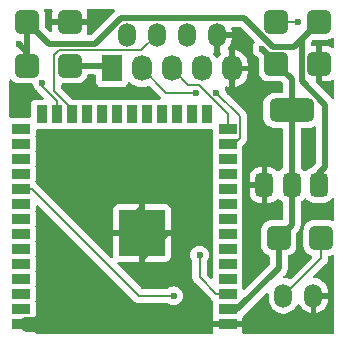
<source format=gtl>
G04 #@! TF.GenerationSoftware,KiCad,Pcbnew,8.0.6-8.0.6-0~ubuntu24.04.1*
G04 #@! TF.CreationDate,2024-10-30T09:26:46+01:00*
G04 #@! TF.ProjectId,clock_pcb,636c6f63-6b5f-4706-9362-2e6b69636164,rev?*
G04 #@! TF.SameCoordinates,Original*
G04 #@! TF.FileFunction,Copper,L1,Top*
G04 #@! TF.FilePolarity,Positive*
%FSLAX46Y46*%
G04 Gerber Fmt 4.6, Leading zero omitted, Abs format (unit mm)*
G04 Created by KiCad (PCBNEW 8.0.6-8.0.6-0~ubuntu24.04.1) date 2024-10-30 09:26:46*
%MOMM*%
%LPD*%
G01*
G04 APERTURE LIST*
G04 Aperture macros list*
%AMRoundRect*
0 Rectangle with rounded corners*
0 $1 Rounding radius*
0 $2 $3 $4 $5 $6 $7 $8 $9 X,Y pos of 4 corners*
0 Add a 4 corners polygon primitive as box body*
4,1,4,$2,$3,$4,$5,$6,$7,$8,$9,$2,$3,0*
0 Add four circle primitives for the rounded corners*
1,1,$1+$1,$2,$3*
1,1,$1+$1,$4,$5*
1,1,$1+$1,$6,$7*
1,1,$1+$1,$8,$9*
0 Add four rect primitives between the rounded corners*
20,1,$1+$1,$2,$3,$4,$5,0*
20,1,$1+$1,$4,$5,$6,$7,0*
20,1,$1+$1,$6,$7,$8,$9,0*
20,1,$1+$1,$8,$9,$2,$3,0*%
G04 Aperture macros list end*
G04 #@! TA.AperFunction,SMDPad,CuDef*
%ADD10RoundRect,0.384616X-0.615384X-0.615384X0.615384X-0.615384X0.615384X0.615384X-0.615384X0.615384X0*%
G04 #@! TD*
G04 #@! TA.AperFunction,SMDPad,CuDef*
%ADD11R,1.500000X0.900000*%
G04 #@! TD*
G04 #@! TA.AperFunction,SMDPad,CuDef*
%ADD12R,0.900000X1.500000*%
G04 #@! TD*
G04 #@! TA.AperFunction,HeatsinkPad*
%ADD13C,1.700000*%
G04 #@! TD*
G04 #@! TA.AperFunction,HeatsinkPad*
%ADD14C,2.000000*%
G04 #@! TD*
G04 #@! TA.AperFunction,SMDPad,CuDef*
%ADD15R,3.900000X3.900000*%
G04 #@! TD*
G04 #@! TA.AperFunction,ComponentPad*
%ADD16R,1.700000X2.200000*%
G04 #@! TD*
G04 #@! TA.AperFunction,ComponentPad*
%ADD17O,1.700000X2.200000*%
G04 #@! TD*
G04 #@! TA.AperFunction,SMDPad,CuDef*
%ADD18RoundRect,0.384616X0.615384X0.615384X-0.615384X0.615384X-0.615384X-0.615384X0.615384X-0.615384X0*%
G04 #@! TD*
G04 #@! TA.AperFunction,SMDPad,CuDef*
%ADD19RoundRect,0.375000X0.375000X-0.625000X0.375000X0.625000X-0.375000X0.625000X-0.375000X-0.625000X0*%
G04 #@! TD*
G04 #@! TA.AperFunction,SMDPad,CuDef*
%ADD20RoundRect,0.500000X1.400000X-0.500000X1.400000X0.500000X-1.400000X0.500000X-1.400000X-0.500000X0*%
G04 #@! TD*
G04 #@! TA.AperFunction,ComponentPad*
%ADD21O,1.524000X2.000000*%
G04 #@! TD*
G04 #@! TA.AperFunction,ViaPad*
%ADD22C,0.600000*%
G04 #@! TD*
G04 #@! TA.AperFunction,Conductor*
%ADD23C,0.500000*%
G04 #@! TD*
G04 #@! TA.AperFunction,Conductor*
%ADD24C,0.200000*%
G04 #@! TD*
G04 APERTURE END LIST*
D10*
X122600000Y-104650000D03*
X126200000Y-104650000D03*
D11*
X118485000Y-126700000D03*
X118485000Y-125430000D03*
X118485000Y-124160000D03*
X118485000Y-122890000D03*
X118485000Y-121620000D03*
X118485000Y-120350000D03*
X118485000Y-119080000D03*
X118485000Y-117810000D03*
X118485000Y-116540000D03*
X118485000Y-115270000D03*
X118485000Y-114000000D03*
X118485000Y-112730000D03*
X118485000Y-111460000D03*
X118485000Y-110190000D03*
D12*
X116720000Y-108940000D03*
X115450000Y-108940000D03*
X114180000Y-108940000D03*
X112910000Y-108940000D03*
X111640000Y-108940000D03*
X110370000Y-108940000D03*
X109100000Y-108940000D03*
X107830000Y-108940000D03*
X106560000Y-108940000D03*
X105290000Y-108940000D03*
X104020000Y-108940000D03*
X102750000Y-108940000D03*
D11*
X100985000Y-110190000D03*
X100985000Y-111460000D03*
X100985000Y-112730000D03*
X100985000Y-114000000D03*
X100985000Y-115270000D03*
X100985000Y-116540000D03*
X100985000Y-117810000D03*
X100985000Y-119080000D03*
X100985000Y-120350000D03*
X100985000Y-121620000D03*
X100985000Y-122890000D03*
X100985000Y-124160000D03*
X100985000Y-125430000D03*
X100985000Y-126700000D03*
D13*
X112305000Y-120030000D03*
D14*
X112075000Y-118110000D03*
D15*
X111235000Y-118980000D03*
D14*
X110375000Y-119870000D03*
D13*
X110155000Y-117900000D03*
D16*
X108680000Y-105050000D03*
D17*
X111220000Y-105050000D03*
X113760000Y-105050000D03*
X116300000Y-105050000D03*
X118840000Y-105050000D03*
D18*
X105100000Y-104800000D03*
X101500000Y-104800000D03*
D10*
X122800000Y-119400000D03*
X126400000Y-119400000D03*
X101500000Y-101100000D03*
X105100000Y-101100000D03*
D19*
X121600000Y-114900000D03*
X123900000Y-114900000D03*
D20*
X123900000Y-108600000D03*
D19*
X126200000Y-114900000D03*
D21*
X123210000Y-124300000D03*
X125750000Y-124300000D03*
D18*
X126200000Y-101100000D03*
X122600000Y-101100000D03*
D21*
X117560000Y-102200000D03*
X115020000Y-102200000D03*
X112480000Y-102200000D03*
X109940000Y-102200000D03*
D22*
X107760000Y-110780000D03*
X125370000Y-112940000D03*
X126800000Y-117220000D03*
X108310000Y-116260000D03*
X122600000Y-117140000D03*
X127050000Y-102880000D03*
X114690000Y-116600000D03*
X126880000Y-126760000D03*
X120110000Y-122950000D03*
X108300000Y-120270000D03*
X125240000Y-110590000D03*
X127010000Y-122040000D03*
X102730000Y-127120000D03*
X101030000Y-107550000D03*
X105160000Y-106840000D03*
X102900000Y-110780000D03*
X114790000Y-110780000D03*
X107220000Y-100970000D03*
X120550000Y-104880000D03*
X120070000Y-108350000D03*
X120150000Y-117090000D03*
X102750000Y-117710000D03*
X110180000Y-121900000D03*
X120410000Y-126630000D03*
X118720000Y-107000000D03*
X102830000Y-114550000D03*
X125850000Y-102880000D03*
X122690000Y-110570000D03*
X114430000Y-121820000D03*
X119490000Y-102770000D03*
X117560000Y-103750000D03*
X124920000Y-117180000D03*
X116590000Y-125340000D03*
X102710000Y-126320000D03*
X116510000Y-127030000D03*
X122640000Y-113150000D03*
X121660000Y-121290000D03*
X111840000Y-107330000D03*
X103300000Y-101110000D03*
X126970000Y-106620000D03*
X121850000Y-106730000D03*
X100800000Y-103000000D03*
X121394122Y-103365878D03*
X116100000Y-120850000D03*
X124400000Y-101100000D03*
X102770000Y-106250000D03*
X115815735Y-107084265D03*
X117514265Y-107085735D03*
X113900000Y-124300000D03*
D23*
X101300000Y-126330000D02*
X100985000Y-126645000D01*
X101405000Y-127120000D02*
X100985000Y-126700000D01*
X102700000Y-126330000D02*
X101300000Y-126330000D01*
X100985000Y-126645000D02*
X100985000Y-126700000D01*
X102730000Y-127120000D02*
X101405000Y-127120000D01*
X102710000Y-126320000D02*
X102700000Y-126330000D01*
X124750000Y-106100000D02*
X126750000Y-108100000D01*
X124750000Y-102550000D02*
X124750000Y-106100000D01*
X124100000Y-103200000D02*
X126200000Y-101100000D01*
X126750000Y-113350000D02*
X126200000Y-113900000D01*
X109437973Y-100750000D02*
X119838906Y-100750000D01*
X103340027Y-102940027D02*
X107247946Y-102940027D01*
X101500000Y-103700000D02*
X100800000Y-103000000D01*
X126200000Y-101100000D02*
X124750000Y-102550000D01*
X101500000Y-101100000D02*
X103340027Y-102940027D01*
X119838906Y-100750000D02*
X122288906Y-103200000D01*
X101500000Y-104800000D02*
X101500000Y-101100000D01*
X126200000Y-113900000D02*
X126200000Y-114900000D01*
X107247946Y-102940027D02*
X109437973Y-100750000D01*
X122288906Y-103200000D02*
X124100000Y-103200000D01*
X101500000Y-104800000D02*
X101500000Y-103700000D01*
X126750000Y-108100000D02*
X126750000Y-113350000D01*
X122800000Y-121945000D02*
X119315000Y-125430000D01*
X122600000Y-104571756D02*
X121394122Y-103365878D01*
X123900000Y-114900000D02*
X123900000Y-108600000D01*
X123900000Y-105950000D02*
X122600000Y-104650000D01*
X123900000Y-108600000D02*
X123900000Y-105950000D01*
X123900000Y-114900000D02*
X123900000Y-118300000D01*
X119315000Y-125430000D02*
X118485000Y-125430000D01*
X122800000Y-119400000D02*
X122800000Y-121945000D01*
X123900000Y-118300000D02*
X122800000Y-119400000D01*
X122600000Y-104650000D02*
X122600000Y-104571756D01*
X122600000Y-104650000D02*
X123300000Y-104650000D01*
D24*
X116100000Y-122725000D02*
X117535000Y-124160000D01*
X116100000Y-120850000D02*
X116100000Y-122725000D01*
X124400000Y-101100000D02*
X122600000Y-101100000D01*
X117535000Y-124160000D02*
X118485000Y-124160000D01*
X102770000Y-106250000D02*
X102770000Y-106515686D01*
X104020000Y-107765686D02*
X104020000Y-108940000D01*
X102770000Y-106515686D02*
X104020000Y-107765686D01*
X104201038Y-103500000D02*
X111180000Y-103500000D01*
X103800000Y-106980000D02*
X103800000Y-103901038D01*
X111180000Y-103500000D02*
X112480000Y-102200000D01*
X103800000Y-103901038D02*
X104201038Y-103500000D01*
X105290000Y-108940000D02*
X105290000Y-108470000D01*
X105290000Y-108470000D02*
X103800000Y-106980000D01*
D23*
X105150000Y-104850000D02*
X105100000Y-104800000D01*
X105100000Y-104800000D02*
X108430000Y-104800000D01*
X108430000Y-104800000D02*
X108680000Y-105050000D01*
D24*
X111220000Y-105050000D02*
X113254265Y-107084265D01*
X119535000Y-109106470D02*
X119535000Y-110940000D01*
X119535000Y-110940000D02*
X119015000Y-111460000D01*
X117514265Y-107085735D02*
X119535000Y-109106470D01*
X119015000Y-111460000D02*
X118485000Y-111460000D01*
X113254265Y-107084265D02*
X115815735Y-107084265D01*
X115160000Y-106450000D02*
X116030000Y-106450000D01*
X113760000Y-105050000D02*
X115160000Y-106450000D01*
X118485000Y-108905000D02*
X118485000Y-110190000D01*
X116030000Y-106450000D02*
X118485000Y-108905000D01*
X100985000Y-115270000D02*
X101935000Y-115270000D01*
X101935000Y-115270000D02*
X110965000Y-124300000D01*
X126400000Y-119400000D02*
X126400000Y-121110000D01*
X110965000Y-124300000D02*
X113900000Y-124300000D01*
X126400000Y-121110000D02*
X123210000Y-124300000D01*
G04 #@! TA.AperFunction,Conductor*
G36*
X116128327Y-110171338D02*
G01*
X116162517Y-110184091D01*
X116222127Y-110190500D01*
X117110500Y-110190499D01*
X117177539Y-110210183D01*
X117223294Y-110262987D01*
X117234500Y-110314499D01*
X117234500Y-110687869D01*
X117234501Y-110687876D01*
X117240908Y-110747481D01*
X117253659Y-110781669D01*
X117258642Y-110851361D01*
X117253659Y-110868331D01*
X117240908Y-110902518D01*
X117234501Y-110962116D01*
X117234501Y-110962123D01*
X117234500Y-110962135D01*
X117234500Y-111957870D01*
X117234501Y-111957876D01*
X117240908Y-112017481D01*
X117253659Y-112051669D01*
X117258642Y-112121361D01*
X117253659Y-112138331D01*
X117240908Y-112172518D01*
X117234501Y-112232116D01*
X117234501Y-112232123D01*
X117234500Y-112232135D01*
X117234500Y-113227870D01*
X117234501Y-113227876D01*
X117240908Y-113287481D01*
X117253659Y-113321669D01*
X117258642Y-113391361D01*
X117253659Y-113408331D01*
X117240908Y-113442518D01*
X117236452Y-113483971D01*
X117234501Y-113502123D01*
X117234500Y-113502135D01*
X117234500Y-114497870D01*
X117234501Y-114497876D01*
X117240908Y-114557481D01*
X117253659Y-114591669D01*
X117258642Y-114661361D01*
X117253659Y-114678331D01*
X117240908Y-114712518D01*
X117234501Y-114772116D01*
X117234501Y-114772123D01*
X117234500Y-114772135D01*
X117234500Y-115767870D01*
X117234501Y-115767876D01*
X117240908Y-115827481D01*
X117253659Y-115861669D01*
X117258642Y-115931361D01*
X117253659Y-115948331D01*
X117240908Y-115982518D01*
X117234880Y-116038595D01*
X117234501Y-116042123D01*
X117234500Y-116042135D01*
X117234500Y-117037870D01*
X117234501Y-117037876D01*
X117240908Y-117097481D01*
X117253659Y-117131669D01*
X117258642Y-117201361D01*
X117253659Y-117218331D01*
X117240908Y-117252518D01*
X117234501Y-117312116D01*
X117234501Y-117312123D01*
X117234500Y-117312135D01*
X117234500Y-118307870D01*
X117234501Y-118307876D01*
X117240908Y-118367481D01*
X117253659Y-118401669D01*
X117258642Y-118471361D01*
X117253659Y-118488331D01*
X117240908Y-118522518D01*
X117235167Y-118575925D01*
X117234501Y-118582123D01*
X117234500Y-118582135D01*
X117234500Y-119577870D01*
X117234501Y-119577876D01*
X117240908Y-119637481D01*
X117253659Y-119671669D01*
X117258642Y-119741361D01*
X117253659Y-119758331D01*
X117240908Y-119792518D01*
X117234501Y-119852116D01*
X117234501Y-119852123D01*
X117234500Y-119852135D01*
X117234500Y-120847870D01*
X117234501Y-120847876D01*
X117240908Y-120907481D01*
X117253659Y-120941669D01*
X117258642Y-121011361D01*
X117253659Y-121028331D01*
X117240908Y-121062518D01*
X117234501Y-121122116D01*
X117234501Y-121122123D01*
X117234500Y-121122135D01*
X117234500Y-122117870D01*
X117234501Y-122117876D01*
X117240908Y-122177481D01*
X117253659Y-122211669D01*
X117258642Y-122281361D01*
X117253659Y-122298331D01*
X117240908Y-122332518D01*
X117234501Y-122392116D01*
X117234501Y-122392123D01*
X117234500Y-122392135D01*
X117234500Y-122710903D01*
X117214815Y-122777942D01*
X117162011Y-122823697D01*
X117092853Y-122833641D01*
X117029297Y-122804616D01*
X117022819Y-122798584D01*
X116736819Y-122512584D01*
X116703334Y-122451261D01*
X116700500Y-122424903D01*
X116700500Y-121432412D01*
X116720185Y-121365373D01*
X116727555Y-121355097D01*
X116729816Y-121352262D01*
X116729818Y-121352259D01*
X116825789Y-121199522D01*
X116885368Y-121029255D01*
X116889716Y-120990667D01*
X116905565Y-120850003D01*
X116905565Y-120849996D01*
X116885369Y-120670750D01*
X116885368Y-120670745D01*
X116825789Y-120500478D01*
X116825555Y-120500106D01*
X116729815Y-120347737D01*
X116602262Y-120220184D01*
X116449523Y-120124211D01*
X116279254Y-120064631D01*
X116279249Y-120064630D01*
X116100004Y-120044435D01*
X116099996Y-120044435D01*
X115920750Y-120064630D01*
X115920745Y-120064631D01*
X115750476Y-120124211D01*
X115597737Y-120220184D01*
X115470184Y-120347737D01*
X115374211Y-120500476D01*
X115314631Y-120670745D01*
X115314630Y-120670750D01*
X115294435Y-120849996D01*
X115294435Y-120850003D01*
X115314630Y-121029249D01*
X115314631Y-121029254D01*
X115374211Y-121199523D01*
X115470184Y-121352262D01*
X115472445Y-121355097D01*
X115473334Y-121357275D01*
X115473889Y-121358158D01*
X115473734Y-121358255D01*
X115498855Y-121419783D01*
X115499500Y-121432412D01*
X115499500Y-122638330D01*
X115499499Y-122638348D01*
X115499499Y-122804054D01*
X115499498Y-122804054D01*
X115540424Y-122956787D01*
X115555103Y-122982211D01*
X115555104Y-122982213D01*
X115619477Y-123093712D01*
X115619481Y-123093717D01*
X115738349Y-123212585D01*
X115738355Y-123212590D01*
X117050139Y-124524374D01*
X117050149Y-124524385D01*
X117054479Y-124528715D01*
X117054480Y-124528716D01*
X117166284Y-124640520D01*
X117186200Y-124652018D01*
X117234416Y-124702584D01*
X117240384Y-124716075D01*
X117253659Y-124751669D01*
X117258642Y-124821361D01*
X117253659Y-124838331D01*
X117240908Y-124872518D01*
X117234748Y-124929816D01*
X117234501Y-124932123D01*
X117234500Y-124932135D01*
X117234500Y-125927870D01*
X117234501Y-125927876D01*
X117240908Y-125987483D01*
X117253925Y-126022381D01*
X117258909Y-126092072D01*
X117253925Y-126109047D01*
X117241403Y-126142619D01*
X117241401Y-126142627D01*
X117235000Y-126202155D01*
X117235000Y-126450000D01*
X119735000Y-126450000D01*
X119735000Y-126202172D01*
X119734999Y-126202160D01*
X119727960Y-126136699D01*
X119740364Y-126067939D01*
X119782363Y-126020336D01*
X119793416Y-126012952D01*
X121735819Y-124070546D01*
X121797142Y-124037062D01*
X121866833Y-124042046D01*
X121922767Y-124083918D01*
X121947184Y-124149382D01*
X121947500Y-124158228D01*
X121947500Y-124637361D01*
X121951780Y-124664385D01*
X121978587Y-124833637D01*
X122039993Y-125022629D01*
X122039994Y-125022632D01*
X122130080Y-125199432D01*
X122130213Y-125199694D01*
X122247019Y-125360464D01*
X122387536Y-125500981D01*
X122548306Y-125617787D01*
X122635149Y-125662035D01*
X122725367Y-125708005D01*
X122725370Y-125708006D01*
X122819866Y-125738709D01*
X122914364Y-125769413D01*
X123110639Y-125800500D01*
X123110640Y-125800500D01*
X123309360Y-125800500D01*
X123309361Y-125800500D01*
X123505636Y-125769413D01*
X123694632Y-125708005D01*
X123871694Y-125617787D01*
X124032464Y-125500981D01*
X124172981Y-125360464D01*
X124289787Y-125199694D01*
X124369796Y-125042667D01*
X124417769Y-124991872D01*
X124485590Y-124975077D01*
X124551725Y-124997614D01*
X124590765Y-125042668D01*
X124670641Y-125199432D01*
X124787403Y-125360139D01*
X124787403Y-125360140D01*
X124927859Y-125500596D01*
X125088567Y-125617358D01*
X125265562Y-125707542D01*
X125454473Y-125768922D01*
X125500000Y-125776133D01*
X125500000Y-124588816D01*
X125516060Y-124604876D01*
X125602939Y-124655036D01*
X125699840Y-124681000D01*
X125800160Y-124681000D01*
X125897061Y-124655036D01*
X125983940Y-124604876D01*
X126000000Y-124588816D01*
X126000000Y-125776132D01*
X126045526Y-125768922D01*
X126234437Y-125707542D01*
X126411432Y-125617358D01*
X126572139Y-125500596D01*
X126572140Y-125500596D01*
X126712596Y-125360140D01*
X126712596Y-125360139D01*
X126829358Y-125199432D01*
X126919542Y-125022437D01*
X126980924Y-124833523D01*
X126980924Y-124833520D01*
X127012000Y-124637321D01*
X127012000Y-124550000D01*
X126038816Y-124550000D01*
X126054876Y-124533940D01*
X126105036Y-124447061D01*
X126131000Y-124350160D01*
X126131000Y-124249840D01*
X126105036Y-124152939D01*
X126054876Y-124066060D01*
X126038816Y-124050000D01*
X127012000Y-124050000D01*
X127012000Y-123962678D01*
X126980924Y-123766479D01*
X126980924Y-123766476D01*
X126919542Y-123577562D01*
X126829358Y-123400567D01*
X126712596Y-123239860D01*
X126712596Y-123239859D01*
X126572140Y-123099403D01*
X126411432Y-122982641D01*
X126234437Y-122892457D01*
X126045522Y-122831075D01*
X125849322Y-122800000D01*
X125848533Y-122799938D01*
X125848251Y-122799830D01*
X125844510Y-122799238D01*
X125844634Y-122798451D01*
X125783247Y-122775048D01*
X125741781Y-122718813D01*
X125737301Y-122649087D01*
X125770589Y-122588644D01*
X126758506Y-121600728D01*
X126758511Y-121600724D01*
X126768714Y-121590520D01*
X126768716Y-121590520D01*
X126880520Y-121478716D01*
X126953528Y-121352262D01*
X126959577Y-121341785D01*
X127000500Y-121189058D01*
X127000500Y-121030943D01*
X127000500Y-121021171D01*
X127020185Y-120954132D01*
X127072989Y-120908377D01*
X127114771Y-120897553D01*
X127154609Y-120894418D01*
X127334328Y-120846262D01*
X127334328Y-120846261D01*
X127340605Y-120844580D01*
X127341173Y-120846701D01*
X127400673Y-120841861D01*
X127462321Y-120874745D01*
X127496403Y-120935739D01*
X127499500Y-120963279D01*
X127499500Y-127375500D01*
X127479815Y-127442539D01*
X127427011Y-127488294D01*
X127375500Y-127499500D01*
X119816885Y-127499500D01*
X119749846Y-127479815D01*
X119704091Y-127427011D01*
X119694147Y-127357853D01*
X119700703Y-127332167D01*
X119728596Y-127257379D01*
X119728598Y-127257372D01*
X119734999Y-127197844D01*
X119735000Y-127197827D01*
X119735000Y-126950000D01*
X117235000Y-126950000D01*
X117235000Y-127197844D01*
X117241401Y-127257372D01*
X117241403Y-127257379D01*
X117269297Y-127332167D01*
X117274281Y-127401859D01*
X117240796Y-127463182D01*
X117179473Y-127496666D01*
X117153115Y-127499500D01*
X102316885Y-127499500D01*
X102249846Y-127479815D01*
X102204091Y-127427011D01*
X102194147Y-127357853D01*
X102200703Y-127332167D01*
X102228596Y-127257379D01*
X102228598Y-127257372D01*
X102234999Y-127197844D01*
X102235000Y-127197827D01*
X102235000Y-126950000D01*
X100859000Y-126950000D01*
X100791961Y-126930315D01*
X100746206Y-126877511D01*
X100735000Y-126826000D01*
X100735000Y-126574000D01*
X100754685Y-126506961D01*
X100807489Y-126461206D01*
X100859000Y-126450000D01*
X102235000Y-126450000D01*
X102235000Y-126202172D01*
X102234999Y-126202155D01*
X102228597Y-126142622D01*
X102228597Y-126142620D01*
X102216075Y-126109048D01*
X102211089Y-126039356D01*
X102216071Y-126022390D01*
X102229091Y-125987483D01*
X102235500Y-125927873D01*
X102235499Y-124932128D01*
X102229091Y-124872517D01*
X102216340Y-124838332D01*
X102211357Y-124768642D01*
X102216340Y-124751669D01*
X102229091Y-124717483D01*
X102235500Y-124657873D01*
X102235499Y-123662128D01*
X102229091Y-123602517D01*
X102216340Y-123568332D01*
X102211357Y-123498642D01*
X102216338Y-123481672D01*
X102229091Y-123447483D01*
X102235500Y-123387873D01*
X102235499Y-122392128D01*
X102229091Y-122332517D01*
X102216340Y-122298332D01*
X102211357Y-122228642D01*
X102216340Y-122211669D01*
X102229091Y-122177483D01*
X102235500Y-122117873D01*
X102235499Y-121122128D01*
X102229091Y-121062517D01*
X102216340Y-121028332D01*
X102211357Y-120958642D01*
X102216340Y-120941669D01*
X102229091Y-120907483D01*
X102235500Y-120847873D01*
X102235499Y-119852128D01*
X102229091Y-119792517D01*
X102216340Y-119758332D01*
X102211357Y-119688642D01*
X102216340Y-119671669D01*
X102229091Y-119637483D01*
X102235500Y-119577873D01*
X102235499Y-118582128D01*
X102229091Y-118522517D01*
X102216340Y-118488332D01*
X102211357Y-118418642D01*
X102216340Y-118401669D01*
X102229091Y-118367483D01*
X102235500Y-118307873D01*
X102235499Y-117312128D01*
X102229091Y-117252517D01*
X102216340Y-117218332D01*
X102211357Y-117148642D01*
X102216340Y-117131669D01*
X102229091Y-117097483D01*
X102235500Y-117037873D01*
X102235499Y-116719094D01*
X102255183Y-116652057D01*
X102307987Y-116606302D01*
X102377146Y-116596358D01*
X102440701Y-116625383D01*
X102447180Y-116631415D01*
X110480139Y-124664374D01*
X110480149Y-124664385D01*
X110484479Y-124668715D01*
X110484480Y-124668716D01*
X110596284Y-124780520D01*
X110596286Y-124780521D01*
X110596290Y-124780524D01*
X110733209Y-124859573D01*
X110733216Y-124859577D01*
X110845019Y-124889534D01*
X110885942Y-124900500D01*
X110885943Y-124900500D01*
X113317588Y-124900500D01*
X113384627Y-124920185D01*
X113394903Y-124927555D01*
X113397736Y-124929814D01*
X113397738Y-124929816D01*
X113505638Y-124997614D01*
X113545453Y-125022632D01*
X113550478Y-125025789D01*
X113720745Y-125085368D01*
X113720750Y-125085369D01*
X113899996Y-125105565D01*
X113900000Y-125105565D01*
X113900004Y-125105565D01*
X114079249Y-125085369D01*
X114079252Y-125085368D01*
X114079255Y-125085368D01*
X114249522Y-125025789D01*
X114402262Y-124929816D01*
X114529816Y-124802262D01*
X114625789Y-124649522D01*
X114685368Y-124479255D01*
X114685369Y-124479249D01*
X114705565Y-124300003D01*
X114705565Y-124299996D01*
X114685369Y-124120750D01*
X114685368Y-124120745D01*
X114625788Y-123950476D01*
X114529815Y-123797737D01*
X114402262Y-123670184D01*
X114249523Y-123574211D01*
X114079254Y-123514631D01*
X114079249Y-123514630D01*
X113900004Y-123494435D01*
X113899996Y-123494435D01*
X113720750Y-123514630D01*
X113720745Y-123514631D01*
X113550476Y-123574211D01*
X113397736Y-123670185D01*
X113394903Y-123672445D01*
X113392724Y-123673334D01*
X113391842Y-123673889D01*
X113391744Y-123673734D01*
X113330217Y-123698855D01*
X113317588Y-123699500D01*
X111265097Y-123699500D01*
X111198058Y-123679815D01*
X111177416Y-123663181D01*
X109155916Y-121641681D01*
X109122431Y-121580358D01*
X109127415Y-121510666D01*
X109169287Y-121454733D01*
X109234751Y-121430316D01*
X109243597Y-121430000D01*
X110985000Y-121430000D01*
X110985000Y-120833553D01*
X110647894Y-120496447D01*
X111485000Y-120496447D01*
X111822037Y-120159409D01*
X111839075Y-120222993D01*
X111904901Y-120337007D01*
X111997993Y-120430099D01*
X112112007Y-120495925D01*
X112175590Y-120512962D01*
X111542650Y-121145902D01*
X111502423Y-121172782D01*
X111485000Y-121179998D01*
X111485000Y-121430000D01*
X113232828Y-121430000D01*
X113232844Y-121429999D01*
X113292372Y-121423598D01*
X113292379Y-121423596D01*
X113427086Y-121373354D01*
X113427093Y-121373350D01*
X113542187Y-121287190D01*
X113542190Y-121287187D01*
X113628350Y-121172093D01*
X113628354Y-121172086D01*
X113678596Y-121037379D01*
X113678598Y-121037372D01*
X113684999Y-120977844D01*
X113685000Y-120977827D01*
X113685000Y-119230000D01*
X113458552Y-119230000D01*
X112787962Y-119900590D01*
X112770925Y-119837007D01*
X112705099Y-119722993D01*
X112612007Y-119629901D01*
X112497993Y-119564075D01*
X112434409Y-119547037D01*
X112751447Y-119230000D01*
X111485000Y-119230000D01*
X111485000Y-120496447D01*
X110647894Y-120496447D01*
X110504409Y-120352962D01*
X110567993Y-120335925D01*
X110682007Y-120270099D01*
X110775099Y-120177007D01*
X110840925Y-120062993D01*
X110857962Y-119999409D01*
X110984999Y-120126447D01*
X110985000Y-120126446D01*
X110985000Y-119613553D01*
X110984999Y-119613552D01*
X110857962Y-119740589D01*
X110840925Y-119677007D01*
X110775099Y-119562993D01*
X110682007Y-119469901D01*
X110567993Y-119404075D01*
X110504409Y-119387037D01*
X110661447Y-119230000D01*
X108785000Y-119230000D01*
X108785000Y-120971403D01*
X108765315Y-121038442D01*
X108712511Y-121084197D01*
X108643353Y-121094141D01*
X108579797Y-121065116D01*
X108573319Y-121059084D01*
X104496390Y-116982155D01*
X108785000Y-116982155D01*
X108785000Y-118730000D01*
X110985000Y-118730000D01*
X110985000Y-117423553D01*
X110984999Y-117423552D01*
X110637962Y-117770588D01*
X110620925Y-117707007D01*
X110555099Y-117592993D01*
X110462007Y-117499901D01*
X110347993Y-117434075D01*
X110284409Y-117417037D01*
X110534999Y-117166447D01*
X111485000Y-117166447D01*
X111945590Y-117627037D01*
X111882007Y-117644075D01*
X111767993Y-117709901D01*
X111674901Y-117802993D01*
X111609075Y-117917007D01*
X111592037Y-117980589D01*
X111485000Y-117873552D01*
X111485000Y-118346447D01*
X111592037Y-118239409D01*
X111609075Y-118302993D01*
X111674901Y-118417007D01*
X111767993Y-118510099D01*
X111882007Y-118575925D01*
X111945589Y-118592962D01*
X111808552Y-118729999D01*
X111808553Y-118730000D01*
X112341447Y-118730000D01*
X112341447Y-118729999D01*
X112204409Y-118592962D01*
X112267993Y-118575925D01*
X112382007Y-118510099D01*
X112475099Y-118417007D01*
X112540925Y-118302993D01*
X112557962Y-118239409D01*
X113048553Y-118730000D01*
X113685000Y-118730000D01*
X113685000Y-116982172D01*
X113684999Y-116982155D01*
X113678598Y-116922627D01*
X113678596Y-116922620D01*
X113628354Y-116787913D01*
X113628350Y-116787906D01*
X113542190Y-116672812D01*
X113542187Y-116672809D01*
X113427093Y-116586649D01*
X113427086Y-116586645D01*
X113292379Y-116536403D01*
X113292372Y-116536401D01*
X113232844Y-116530000D01*
X111485000Y-116530000D01*
X111485000Y-117166447D01*
X110534999Y-117166447D01*
X110893207Y-116808239D01*
X110933434Y-116781359D01*
X110985000Y-116759999D01*
X110985000Y-116530000D01*
X109237155Y-116530000D01*
X109177627Y-116536401D01*
X109177620Y-116536403D01*
X109042913Y-116586645D01*
X109042906Y-116586649D01*
X108927812Y-116672809D01*
X108927809Y-116672812D01*
X108841649Y-116787906D01*
X108841645Y-116787913D01*
X108791403Y-116922620D01*
X108791401Y-116922627D01*
X108785000Y-116982155D01*
X104496390Y-116982155D01*
X102422590Y-114908355D01*
X102422588Y-114908352D01*
X102303717Y-114789481D01*
X102303712Y-114789477D01*
X102283798Y-114777980D01*
X102235582Y-114727413D01*
X102229616Y-114713925D01*
X102216341Y-114678332D01*
X102211357Y-114608640D01*
X102216340Y-114591669D01*
X102229091Y-114557483D01*
X102235500Y-114497873D01*
X102235499Y-113502128D01*
X102229091Y-113442517D01*
X102216340Y-113408332D01*
X102211357Y-113338642D01*
X102216340Y-113321669D01*
X102229091Y-113287483D01*
X102235500Y-113227873D01*
X102235499Y-112232128D01*
X102229091Y-112172517D01*
X102216340Y-112138332D01*
X102211357Y-112068642D01*
X102216340Y-112051669D01*
X102229091Y-112017483D01*
X102235500Y-111957873D01*
X102235499Y-110962128D01*
X102229091Y-110902517D01*
X102216340Y-110868332D01*
X102211357Y-110798642D01*
X102216340Y-110781669D01*
X102229091Y-110747483D01*
X102235500Y-110687873D01*
X102235499Y-110314498D01*
X102255183Y-110247460D01*
X102307987Y-110201705D01*
X102359494Y-110190499D01*
X103247872Y-110190499D01*
X103307483Y-110184091D01*
X103341667Y-110171340D01*
X103411358Y-110166357D01*
X103428327Y-110171338D01*
X103462517Y-110184091D01*
X103522127Y-110190500D01*
X104517872Y-110190499D01*
X104577483Y-110184091D01*
X104611667Y-110171340D01*
X104681358Y-110166357D01*
X104698327Y-110171338D01*
X104732517Y-110184091D01*
X104792127Y-110190500D01*
X105787872Y-110190499D01*
X105847483Y-110184091D01*
X105881667Y-110171340D01*
X105951358Y-110166357D01*
X105968327Y-110171338D01*
X106002517Y-110184091D01*
X106062127Y-110190500D01*
X107057872Y-110190499D01*
X107117483Y-110184091D01*
X107151667Y-110171340D01*
X107221358Y-110166357D01*
X107238327Y-110171338D01*
X107272517Y-110184091D01*
X107332127Y-110190500D01*
X108327872Y-110190499D01*
X108387483Y-110184091D01*
X108421667Y-110171340D01*
X108491358Y-110166357D01*
X108508327Y-110171338D01*
X108542517Y-110184091D01*
X108602127Y-110190500D01*
X109597872Y-110190499D01*
X109657483Y-110184091D01*
X109691667Y-110171340D01*
X109761358Y-110166357D01*
X109778327Y-110171338D01*
X109812517Y-110184091D01*
X109872127Y-110190500D01*
X110867872Y-110190499D01*
X110927483Y-110184091D01*
X110961667Y-110171340D01*
X111031358Y-110166357D01*
X111048327Y-110171338D01*
X111082517Y-110184091D01*
X111142127Y-110190500D01*
X112137872Y-110190499D01*
X112197483Y-110184091D01*
X112231667Y-110171340D01*
X112301358Y-110166357D01*
X112318327Y-110171338D01*
X112352517Y-110184091D01*
X112412127Y-110190500D01*
X113407872Y-110190499D01*
X113467483Y-110184091D01*
X113501667Y-110171340D01*
X113571358Y-110166357D01*
X113588327Y-110171338D01*
X113622517Y-110184091D01*
X113682127Y-110190500D01*
X114677872Y-110190499D01*
X114737483Y-110184091D01*
X114771667Y-110171340D01*
X114841358Y-110166357D01*
X114858327Y-110171338D01*
X114892517Y-110184091D01*
X114952127Y-110190500D01*
X115947872Y-110190499D01*
X116007483Y-110184091D01*
X116041667Y-110171340D01*
X116111358Y-110166357D01*
X116128327Y-110171338D01*
G37*
G04 #@! TD.AperFunction*
G04 #@! TA.AperFunction,Conductor*
G36*
X119543715Y-101520185D02*
G01*
X119564357Y-101536819D01*
X120177378Y-102149840D01*
X120743330Y-102715791D01*
X120776815Y-102777114D01*
X120771831Y-102846806D01*
X120760643Y-102869444D01*
X120668333Y-103016354D01*
X120608753Y-103186623D01*
X120608752Y-103186628D01*
X120588557Y-103365874D01*
X120588557Y-103365881D01*
X120608752Y-103545127D01*
X120608753Y-103545132D01*
X120668333Y-103715401D01*
X120735302Y-103821981D01*
X120764306Y-103868140D01*
X120891860Y-103995694D01*
X121041473Y-104089702D01*
X121087763Y-104142036D01*
X121099500Y-104194695D01*
X121099500Y-105327333D01*
X121105581Y-105404606D01*
X121117771Y-105450099D01*
X121153738Y-105584328D01*
X121238207Y-105750108D01*
X121269808Y-105789132D01*
X121355296Y-105894703D01*
X121427594Y-105953248D01*
X121499892Y-106011793D01*
X121665672Y-106096262D01*
X121845391Y-106144418D01*
X121922672Y-106150500D01*
X122987771Y-106150500D01*
X123054810Y-106170185D01*
X123075452Y-106186819D01*
X123113181Y-106224548D01*
X123146666Y-106285871D01*
X123149500Y-106312229D01*
X123149500Y-106975500D01*
X123129815Y-107042539D01*
X123077011Y-107088294D01*
X123025500Y-107099500D01*
X122441971Y-107099500D01*
X122441965Y-107099500D01*
X122441964Y-107099501D01*
X122430316Y-107100536D01*
X122322584Y-107110113D01*
X122126954Y-107166089D01*
X122036772Y-107213196D01*
X121946593Y-107260302D01*
X121946591Y-107260303D01*
X121946590Y-107260304D01*
X121788890Y-107388890D01*
X121666377Y-107539142D01*
X121660302Y-107546593D01*
X121644705Y-107576452D01*
X121566089Y-107726954D01*
X121510114Y-107922583D01*
X121510113Y-107922586D01*
X121499500Y-108041966D01*
X121499500Y-109158028D01*
X121499501Y-109158034D01*
X121510113Y-109277415D01*
X121566089Y-109473045D01*
X121566090Y-109473048D01*
X121566091Y-109473049D01*
X121660302Y-109653407D01*
X121660304Y-109653409D01*
X121788890Y-109811109D01*
X121882803Y-109887684D01*
X121946593Y-109939698D01*
X122126951Y-110033909D01*
X122322582Y-110089886D01*
X122441963Y-110100500D01*
X123025500Y-110100499D01*
X123092539Y-110120183D01*
X123138294Y-110172987D01*
X123149500Y-110224499D01*
X123149500Y-113407057D01*
X123129815Y-113474096D01*
X123080595Y-113518145D01*
X123050704Y-113532969D01*
X122902280Y-113652276D01*
X122902278Y-113652278D01*
X122901993Y-113652633D01*
X122846326Y-113721885D01*
X122788982Y-113761803D01*
X122719160Y-113764383D01*
X122659027Y-113728804D01*
X122653031Y-113721884D01*
X122597364Y-113652630D01*
X122449025Y-113533392D01*
X122449022Y-113533390D01*
X122278523Y-113448831D01*
X122093824Y-113402897D01*
X122051097Y-113400000D01*
X121850000Y-113400000D01*
X121850000Y-116400000D01*
X122051097Y-116400000D01*
X122093824Y-116397102D01*
X122278523Y-116351168D01*
X122449022Y-116266609D01*
X122449025Y-116266607D01*
X122597366Y-116147367D01*
X122597367Y-116147366D01*
X122653033Y-116078115D01*
X122710376Y-116038196D01*
X122780198Y-116035616D01*
X122840331Y-116071194D01*
X122846305Y-116078089D01*
X122902278Y-116147722D01*
X122902280Y-116147724D01*
X123050704Y-116267030D01*
X123080594Y-116281854D01*
X123131907Y-116329275D01*
X123149500Y-116392942D01*
X123149500Y-117775500D01*
X123129815Y-117842539D01*
X123077011Y-117888294D01*
X123025500Y-117899500D01*
X122122666Y-117899500D01*
X122045393Y-117905581D01*
X121865672Y-117953738D01*
X121699893Y-118038206D01*
X121555296Y-118155296D01*
X121438206Y-118299893D01*
X121353738Y-118465672D01*
X121305581Y-118645393D01*
X121299500Y-118722666D01*
X121299500Y-120077333D01*
X121305581Y-120154606D01*
X121323153Y-120220184D01*
X121353738Y-120334328D01*
X121438207Y-120500108D01*
X121438507Y-120500478D01*
X121555296Y-120644703D01*
X121627594Y-120703248D01*
X121699892Y-120761793D01*
X121865672Y-120846262D01*
X121957594Y-120870892D01*
X122017254Y-120907257D01*
X122047783Y-120970104D01*
X122049500Y-120990667D01*
X122049500Y-121582769D01*
X122029815Y-121649808D01*
X122013181Y-121670450D01*
X119946528Y-123737102D01*
X119885205Y-123770587D01*
X119815513Y-123765603D01*
X119759580Y-123723731D01*
X119735557Y-123662673D01*
X119735499Y-123662129D01*
X119735499Y-123662128D01*
X119729091Y-123602517D01*
X119716340Y-123568332D01*
X119711357Y-123498642D01*
X119716338Y-123481672D01*
X119729091Y-123447483D01*
X119735500Y-123387873D01*
X119735499Y-122392128D01*
X119729091Y-122332517D01*
X119716340Y-122298332D01*
X119711357Y-122228642D01*
X119716340Y-122211669D01*
X119729091Y-122177483D01*
X119735500Y-122117873D01*
X119735499Y-121122128D01*
X119729091Y-121062517D01*
X119716340Y-121028332D01*
X119711357Y-120958642D01*
X119716340Y-120941669D01*
X119729091Y-120907483D01*
X119735500Y-120847873D01*
X119735499Y-119852128D01*
X119729091Y-119792517D01*
X119716340Y-119758332D01*
X119711357Y-119688642D01*
X119716340Y-119671669D01*
X119729091Y-119637483D01*
X119735500Y-119577873D01*
X119735499Y-118582128D01*
X119729091Y-118522517D01*
X119716340Y-118488332D01*
X119711357Y-118418642D01*
X119716340Y-118401669D01*
X119729091Y-118367483D01*
X119735500Y-118307873D01*
X119735499Y-117312128D01*
X119729091Y-117252517D01*
X119716340Y-117218332D01*
X119711357Y-117148642D01*
X119716340Y-117131669D01*
X119729091Y-117097483D01*
X119735500Y-117037873D01*
X119735499Y-116042128D01*
X119729091Y-115982517D01*
X119716340Y-115948332D01*
X119711357Y-115878642D01*
X119716340Y-115861669D01*
X119729091Y-115827483D01*
X119735500Y-115767873D01*
X119735500Y-115601096D01*
X120350000Y-115601096D01*
X120352897Y-115643824D01*
X120398831Y-115828523D01*
X120483390Y-115999022D01*
X120483392Y-115999025D01*
X120602632Y-116147366D01*
X120602633Y-116147367D01*
X120750974Y-116266607D01*
X120750977Y-116266609D01*
X120921476Y-116351168D01*
X121106175Y-116397102D01*
X121148903Y-116400000D01*
X121350000Y-116400000D01*
X121350000Y-115150000D01*
X120350000Y-115150000D01*
X120350000Y-115601096D01*
X119735500Y-115601096D01*
X119735499Y-114772128D01*
X119729091Y-114712517D01*
X119716340Y-114678332D01*
X119711357Y-114608642D01*
X119716340Y-114591669D01*
X119729091Y-114557483D01*
X119735500Y-114497873D01*
X119735500Y-114198903D01*
X120350000Y-114198903D01*
X120350000Y-114650000D01*
X121350000Y-114650000D01*
X121350000Y-113400000D01*
X121148903Y-113400000D01*
X121106175Y-113402897D01*
X120921476Y-113448831D01*
X120750977Y-113533390D01*
X120750974Y-113533392D01*
X120602633Y-113652632D01*
X120602632Y-113652633D01*
X120483392Y-113800974D01*
X120483390Y-113800977D01*
X120398831Y-113971476D01*
X120352897Y-114156175D01*
X120350000Y-114198903D01*
X119735500Y-114198903D01*
X119735499Y-113502128D01*
X119729091Y-113442517D01*
X119716340Y-113408332D01*
X119711357Y-113338642D01*
X119716340Y-113321669D01*
X119729091Y-113287483D01*
X119735500Y-113227873D01*
X119735499Y-112232128D01*
X119729091Y-112172517D01*
X119716340Y-112138332D01*
X119711357Y-112068642D01*
X119716340Y-112051669D01*
X119729091Y-112017483D01*
X119735500Y-111957873D01*
X119735499Y-111640095D01*
X119755183Y-111573057D01*
X119771813Y-111552420D01*
X119903713Y-111420521D01*
X119903716Y-111420520D01*
X120015520Y-111308716D01*
X120065639Y-111221904D01*
X120094577Y-111171785D01*
X120135500Y-111019057D01*
X120135500Y-110860943D01*
X120135500Y-109195529D01*
X120135501Y-109195516D01*
X120135501Y-109027415D01*
X120135501Y-109027413D01*
X120094577Y-108874685D01*
X120062377Y-108818913D01*
X120062377Y-108818912D01*
X120015524Y-108737760D01*
X120015521Y-108737756D01*
X120015520Y-108737754D01*
X119903716Y-108625950D01*
X119903715Y-108625949D01*
X119899385Y-108621619D01*
X119899374Y-108621609D01*
X118344965Y-107067200D01*
X118311480Y-107005877D01*
X118309428Y-106993421D01*
X118299633Y-106906480D01*
X118277732Y-106843891D01*
X118239143Y-106733608D01*
X118235582Y-106663829D01*
X118270311Y-106603202D01*
X118332304Y-106570975D01*
X118394503Y-106574723D01*
X118523872Y-106616757D01*
X118590000Y-106627231D01*
X118590000Y-105483012D01*
X118647007Y-105515925D01*
X118774174Y-105550000D01*
X118905826Y-105550000D01*
X119032993Y-105515925D01*
X119090000Y-105483012D01*
X119090000Y-106627230D01*
X119156126Y-106616757D01*
X119156129Y-106616757D01*
X119358217Y-106551095D01*
X119547557Y-106454620D01*
X119719459Y-106329727D01*
X119719464Y-106329723D01*
X119869723Y-106179464D01*
X119869727Y-106179459D01*
X119994620Y-106007557D01*
X120091095Y-105818217D01*
X120156757Y-105616130D01*
X120156757Y-105616127D01*
X120190000Y-105406246D01*
X120190000Y-105300000D01*
X119273012Y-105300000D01*
X119305925Y-105242993D01*
X119340000Y-105115826D01*
X119340000Y-104984174D01*
X119305925Y-104857007D01*
X119273012Y-104800000D01*
X120190000Y-104800000D01*
X120190000Y-104693753D01*
X120156757Y-104483872D01*
X120156757Y-104483869D01*
X120091095Y-104281782D01*
X119994620Y-104092442D01*
X119869727Y-103920540D01*
X119869723Y-103920535D01*
X119719464Y-103770276D01*
X119719459Y-103770272D01*
X119547557Y-103645379D01*
X119358215Y-103548903D01*
X119156124Y-103483241D01*
X119090000Y-103472768D01*
X119090000Y-104616988D01*
X119032993Y-104584075D01*
X118905826Y-104550000D01*
X118774174Y-104550000D01*
X118647007Y-104584075D01*
X118590000Y-104616988D01*
X118590000Y-103472768D01*
X118572531Y-103457848D01*
X118564726Y-103456840D01*
X118511275Y-103411843D01*
X118490636Y-103345091D01*
X118509362Y-103277778D01*
X118520337Y-103262785D01*
X118522600Y-103260135D01*
X118639358Y-103099432D01*
X118729542Y-102922437D01*
X118790924Y-102733523D01*
X118790924Y-102733520D01*
X118822000Y-102537321D01*
X118822000Y-102450000D01*
X117848816Y-102450000D01*
X117864876Y-102433940D01*
X117915036Y-102347061D01*
X117941000Y-102250160D01*
X117941000Y-102149840D01*
X117915036Y-102052939D01*
X117864876Y-101966060D01*
X117848816Y-101950000D01*
X118822000Y-101950000D01*
X118822000Y-101862678D01*
X118790924Y-101666478D01*
X118789736Y-101662820D01*
X118787739Y-101592979D01*
X118823819Y-101533145D01*
X118886519Y-101502316D01*
X118907666Y-101500500D01*
X119476676Y-101500500D01*
X119543715Y-101520185D01*
G37*
G04 #@! TD.AperFunction*
G04 #@! TA.AperFunction,Conductor*
G36*
X127466151Y-116039869D02*
G01*
X127497503Y-116102310D01*
X127499500Y-116124477D01*
X127499500Y-117836720D01*
X127479815Y-117903759D01*
X127427011Y-117949514D01*
X127357853Y-117959458D01*
X127340718Y-117954998D01*
X127340605Y-117955420D01*
X127154606Y-117905581D01*
X127077333Y-117899500D01*
X127077328Y-117899500D01*
X125722672Y-117899500D01*
X125722666Y-117899500D01*
X125645393Y-117905581D01*
X125465672Y-117953738D01*
X125299893Y-118038206D01*
X125155296Y-118155296D01*
X125038206Y-118299893D01*
X124953738Y-118465672D01*
X124905581Y-118645393D01*
X124899500Y-118722666D01*
X124899500Y-120077333D01*
X124905581Y-120154606D01*
X124923153Y-120220184D01*
X124953738Y-120334328D01*
X125038207Y-120500108D01*
X125038507Y-120500478D01*
X125155296Y-120644703D01*
X125227594Y-120703248D01*
X125299892Y-120761793D01*
X125465672Y-120846262D01*
X125479633Y-120850003D01*
X125533330Y-120864391D01*
X125592990Y-120900756D01*
X125623519Y-120963603D01*
X125615224Y-121032979D01*
X125588917Y-121071847D01*
X123804319Y-122856444D01*
X123742996Y-122889929D01*
X123678321Y-122886694D01*
X123505638Y-122830587D01*
X123505639Y-122830587D01*
X123341662Y-122804616D01*
X123309361Y-122799500D01*
X123306230Y-122799500D01*
X123305082Y-122799163D01*
X123304498Y-122799117D01*
X123304507Y-122798994D01*
X123239191Y-122779815D01*
X123193436Y-122727011D01*
X123183492Y-122657853D01*
X123212517Y-122594297D01*
X123218549Y-122587819D01*
X123382948Y-122423419D01*
X123382951Y-122423416D01*
X123465084Y-122300495D01*
X123521658Y-122163913D01*
X123550500Y-122018918D01*
X123550500Y-121871083D01*
X123550500Y-120990667D01*
X123570185Y-120923628D01*
X123622989Y-120877873D01*
X123642402Y-120870893D01*
X123734328Y-120846262D01*
X123900108Y-120761793D01*
X124044703Y-120644703D01*
X124161793Y-120500108D01*
X124246262Y-120334328D01*
X124294418Y-120154609D01*
X124300500Y-120077328D01*
X124300500Y-119012230D01*
X124320185Y-118945191D01*
X124336814Y-118924553D01*
X124482952Y-118778416D01*
X124549818Y-118678342D01*
X124565084Y-118655495D01*
X124621658Y-118518913D01*
X124644980Y-118401669D01*
X124650500Y-118373920D01*
X124650500Y-116392942D01*
X124670185Y-116325903D01*
X124719406Y-116281854D01*
X124720399Y-116281361D01*
X124749296Y-116267030D01*
X124897722Y-116147722D01*
X124953353Y-116078514D01*
X125010696Y-116038595D01*
X125080518Y-116036015D01*
X125140651Y-116071594D01*
X125146647Y-116078514D01*
X125202277Y-116147721D01*
X125202278Y-116147722D01*
X125350704Y-116267030D01*
X125350707Y-116267032D01*
X125521302Y-116351639D01*
X125521303Y-116351639D01*
X125521307Y-116351641D01*
X125706111Y-116397600D01*
X125748877Y-116400500D01*
X126651122Y-116400499D01*
X126693889Y-116397600D01*
X126878693Y-116351641D01*
X127049296Y-116267030D01*
X127197722Y-116147722D01*
X127278853Y-116046789D01*
X127336196Y-116006871D01*
X127406018Y-116004291D01*
X127466151Y-116039869D01*
G37*
G04 #@! TD.AperFunction*
G04 #@! TA.AperFunction,Conductor*
G36*
X125951627Y-109970174D02*
G01*
X125992460Y-110026869D01*
X125999500Y-110068055D01*
X125999500Y-112987769D01*
X125979815Y-113054808D01*
X125963181Y-113075450D01*
X125637445Y-113401185D01*
X125579692Y-113433838D01*
X125521308Y-113448358D01*
X125521303Y-113448360D01*
X125350707Y-113532967D01*
X125350704Y-113532969D01*
X125202278Y-113652277D01*
X125202277Y-113652278D01*
X125146647Y-113721486D01*
X125089304Y-113761405D01*
X125019482Y-113763985D01*
X124959349Y-113728406D01*
X124953353Y-113721486D01*
X124897722Y-113652278D01*
X124897721Y-113652277D01*
X124749295Y-113532969D01*
X124719405Y-113518145D01*
X124668092Y-113470723D01*
X124650500Y-113407057D01*
X124650500Y-110224499D01*
X124670185Y-110157460D01*
X124722989Y-110111705D01*
X124774500Y-110100499D01*
X125358028Y-110100499D01*
X125358036Y-110100499D01*
X125477418Y-110089886D01*
X125673049Y-110033909D01*
X125818091Y-109958145D01*
X125886623Y-109944555D01*
X125951627Y-109970174D01*
G37*
G04 #@! TD.AperFunction*
G04 #@! TA.AperFunction,Conductor*
G36*
X100205703Y-105986507D02*
G01*
X100220867Y-106002185D01*
X100255296Y-106044703D01*
X100318966Y-106096261D01*
X100399892Y-106161793D01*
X100565672Y-106246262D01*
X100745391Y-106294418D01*
X100822672Y-106300500D01*
X101859311Y-106300500D01*
X101926350Y-106320185D01*
X101972105Y-106372989D01*
X101982531Y-106410615D01*
X101984630Y-106429250D01*
X101984631Y-106429254D01*
X102044211Y-106599523D01*
X102140184Y-106752262D01*
X102267740Y-106879818D01*
X102302068Y-106901387D01*
X102323778Y-106918700D01*
X102408349Y-107003271D01*
X102408355Y-107003276D01*
X102882898Y-107477819D01*
X102916383Y-107539142D01*
X102911399Y-107608834D01*
X102869527Y-107664767D01*
X102804063Y-107689184D01*
X102795217Y-107689500D01*
X102252129Y-107689500D01*
X102252123Y-107689501D01*
X102192516Y-107695908D01*
X102057671Y-107746202D01*
X102057664Y-107746206D01*
X101942455Y-107832452D01*
X101942452Y-107832455D01*
X101856206Y-107947664D01*
X101856202Y-107947671D01*
X101805908Y-108082517D01*
X101799501Y-108142116D01*
X101799500Y-108142135D01*
X101799500Y-109115500D01*
X101779815Y-109182539D01*
X101727011Y-109228294D01*
X101675500Y-109239500D01*
X100187129Y-109239500D01*
X100187120Y-109239501D01*
X100137752Y-109244808D01*
X100068993Y-109232401D01*
X100017857Y-109184789D01*
X100000500Y-109121518D01*
X100000500Y-106080220D01*
X100020185Y-106013181D01*
X100072989Y-105967426D01*
X100142147Y-105957482D01*
X100205703Y-105986507D01*
G37*
G04 #@! TD.AperFunction*
G04 #@! TA.AperFunction,Conductor*
G36*
X107272540Y-105570185D02*
G01*
X107318295Y-105622989D01*
X107329501Y-105674500D01*
X107329501Y-106197876D01*
X107335908Y-106257483D01*
X107386202Y-106392328D01*
X107386206Y-106392335D01*
X107472452Y-106507544D01*
X107472455Y-106507547D01*
X107587664Y-106593793D01*
X107587671Y-106593797D01*
X107722517Y-106644091D01*
X107722516Y-106644091D01*
X107729444Y-106644835D01*
X107782127Y-106650500D01*
X109577872Y-106650499D01*
X109637483Y-106644091D01*
X109772331Y-106593796D01*
X109887546Y-106507546D01*
X109973796Y-106392331D01*
X110022810Y-106260916D01*
X110064681Y-106204984D01*
X110130145Y-106180566D01*
X110198418Y-106195417D01*
X110226673Y-106216569D01*
X110340213Y-106330109D01*
X110512179Y-106455048D01*
X110512181Y-106455049D01*
X110512184Y-106455051D01*
X110701588Y-106551557D01*
X110903757Y-106617246D01*
X111113713Y-106650500D01*
X111113714Y-106650500D01*
X111326286Y-106650500D01*
X111326287Y-106650500D01*
X111536243Y-106617246D01*
X111738412Y-106551557D01*
X111746845Y-106547259D01*
X111815513Y-106534360D01*
X111880255Y-106560634D01*
X111890826Y-106570061D01*
X112769404Y-107448639D01*
X112769425Y-107448662D01*
X112798582Y-107477819D01*
X112832067Y-107539142D01*
X112827083Y-107608834D01*
X112785211Y-107664767D01*
X112719747Y-107689184D01*
X112710901Y-107689500D01*
X112412130Y-107689500D01*
X112412123Y-107689501D01*
X112352518Y-107695908D01*
X112318331Y-107708659D01*
X112248639Y-107713642D01*
X112231669Y-107708659D01*
X112197480Y-107695908D01*
X112197482Y-107695908D01*
X112137883Y-107689501D01*
X112137881Y-107689500D01*
X112137873Y-107689500D01*
X112137864Y-107689500D01*
X111142129Y-107689500D01*
X111142123Y-107689501D01*
X111082518Y-107695908D01*
X111048331Y-107708659D01*
X110978639Y-107713642D01*
X110961669Y-107708659D01*
X110927480Y-107695908D01*
X110927482Y-107695908D01*
X110867883Y-107689501D01*
X110867881Y-107689500D01*
X110867873Y-107689500D01*
X110867864Y-107689500D01*
X109872129Y-107689500D01*
X109872123Y-107689501D01*
X109812518Y-107695908D01*
X109778331Y-107708659D01*
X109708639Y-107713642D01*
X109691669Y-107708659D01*
X109657480Y-107695908D01*
X109657482Y-107695908D01*
X109597883Y-107689501D01*
X109597881Y-107689500D01*
X109597873Y-107689500D01*
X109597864Y-107689500D01*
X108602129Y-107689500D01*
X108602123Y-107689501D01*
X108542518Y-107695908D01*
X108508331Y-107708659D01*
X108438639Y-107713642D01*
X108421669Y-107708659D01*
X108387480Y-107695908D01*
X108387482Y-107695908D01*
X108327883Y-107689501D01*
X108327881Y-107689500D01*
X108327873Y-107689500D01*
X108327864Y-107689500D01*
X107332129Y-107689500D01*
X107332123Y-107689501D01*
X107272518Y-107695908D01*
X107238331Y-107708659D01*
X107168639Y-107713642D01*
X107151669Y-107708659D01*
X107117480Y-107695908D01*
X107117482Y-107695908D01*
X107057883Y-107689501D01*
X107057881Y-107689500D01*
X107057873Y-107689500D01*
X107057864Y-107689500D01*
X106062129Y-107689500D01*
X106062123Y-107689501D01*
X106002518Y-107695908D01*
X105968331Y-107708659D01*
X105898639Y-107713642D01*
X105881669Y-107708659D01*
X105847480Y-107695908D01*
X105847482Y-107695908D01*
X105787883Y-107689501D01*
X105787881Y-107689500D01*
X105787873Y-107689500D01*
X105787865Y-107689500D01*
X105410097Y-107689500D01*
X105343058Y-107669815D01*
X105322416Y-107653181D01*
X104436819Y-106767584D01*
X104403334Y-106706261D01*
X104400500Y-106679903D01*
X104400500Y-106424500D01*
X104420185Y-106357461D01*
X104472989Y-106311706D01*
X104524500Y-106300500D01*
X105777320Y-106300500D01*
X105777328Y-106300500D01*
X105854609Y-106294418D01*
X106034328Y-106246262D01*
X106200108Y-106161793D01*
X106344703Y-106044703D01*
X106461793Y-105900108D01*
X106546262Y-105734328D01*
X106570893Y-105642406D01*
X106607259Y-105582746D01*
X106670106Y-105552217D01*
X106690668Y-105550500D01*
X107205501Y-105550500D01*
X107272540Y-105570185D01*
G37*
G04 #@! TD.AperFunction*
G04 #@! TA.AperFunction,Conductor*
G36*
X127430717Y-102449272D02*
G01*
X127481977Y-102496749D01*
X127499500Y-102560299D01*
X127499500Y-103190343D01*
X127479815Y-103257382D01*
X127427011Y-103303137D01*
X127357853Y-103313081D01*
X127306321Y-103290577D01*
X127305287Y-103292170D01*
X127299828Y-103288625D01*
X127134148Y-103204205D01*
X126954529Y-103156077D01*
X126877307Y-103150000D01*
X126450000Y-103150000D01*
X126450000Y-106150000D01*
X126877294Y-106150000D01*
X126877307Y-106149999D01*
X126954529Y-106143922D01*
X127134148Y-106095794D01*
X127299828Y-106011374D01*
X127305287Y-106007830D01*
X127306413Y-106009564D01*
X127361925Y-105986401D01*
X127430716Y-105998628D01*
X127481977Y-106046106D01*
X127499500Y-106109656D01*
X127499500Y-107488770D01*
X127479815Y-107555809D01*
X127427011Y-107601564D01*
X127357853Y-107611508D01*
X127294297Y-107582483D01*
X127287819Y-107576452D01*
X127267176Y-107555809D01*
X127228416Y-107517049D01*
X126612754Y-106901387D01*
X125986319Y-106274951D01*
X125952834Y-106213628D01*
X125950000Y-106187270D01*
X125950000Y-103150000D01*
X125624500Y-103150000D01*
X125557461Y-103130315D01*
X125511706Y-103077511D01*
X125500500Y-103026000D01*
X125500500Y-102912229D01*
X125520185Y-102845190D01*
X125536819Y-102824548D01*
X125710890Y-102650478D01*
X125724549Y-102636819D01*
X125785872Y-102603334D01*
X125812230Y-102600500D01*
X126877320Y-102600500D01*
X126877328Y-102600500D01*
X126954609Y-102594418D01*
X127134328Y-102546262D01*
X127300108Y-102461793D01*
X127300112Y-102461789D01*
X127305555Y-102458256D01*
X127306735Y-102460073D01*
X127361925Y-102437044D01*
X127430717Y-102449272D01*
G37*
G04 #@! TD.AperFunction*
G04 #@! TA.AperFunction,Conductor*
G36*
X117810000Y-103676133D02*
G01*
X117839965Y-103701726D01*
X117878158Y-103760233D01*
X117878656Y-103830101D01*
X117847115Y-103883696D01*
X117810276Y-103920535D01*
X117810272Y-103920540D01*
X117685378Y-104092443D01*
X117680762Y-104101502D01*
X117632784Y-104152295D01*
X117564963Y-104169087D01*
X117498829Y-104146546D01*
X117459794Y-104101493D01*
X117455051Y-104092184D01*
X117455049Y-104092181D01*
X117455048Y-104092179D01*
X117330109Y-103920213D01*
X117284054Y-103874158D01*
X117250569Y-103812835D01*
X117255553Y-103743143D01*
X117291204Y-103692186D01*
X117310000Y-103676132D01*
X117310000Y-102488816D01*
X117326060Y-102504876D01*
X117412939Y-102555036D01*
X117509840Y-102581000D01*
X117610160Y-102581000D01*
X117707061Y-102555036D01*
X117793940Y-102504876D01*
X117810000Y-102488816D01*
X117810000Y-103676133D01*
G37*
G04 #@! TD.AperFunction*
G04 #@! TA.AperFunction,Conductor*
G36*
X103604296Y-100020185D02*
G01*
X103650051Y-100072989D01*
X103659995Y-100142147D01*
X103655487Y-100159466D01*
X103655888Y-100159574D01*
X103606077Y-100345470D01*
X103600000Y-100422692D01*
X103600000Y-100850000D01*
X106600000Y-100850000D01*
X106600000Y-100422705D01*
X106599999Y-100422692D01*
X106593922Y-100345470D01*
X106544112Y-100159574D01*
X106546172Y-100159021D01*
X106541334Y-100099286D01*
X106574239Y-100037650D01*
X106635243Y-100003588D01*
X106662743Y-100000500D01*
X108826742Y-100000500D01*
X108893781Y-100020185D01*
X108939536Y-100072989D01*
X108949480Y-100142147D01*
X108920455Y-100205703D01*
X108914423Y-100212181D01*
X106973397Y-102153208D01*
X106912074Y-102186693D01*
X106885716Y-102189527D01*
X106665760Y-102189527D01*
X106598721Y-102169842D01*
X106552966Y-102117038D01*
X106543022Y-102047880D01*
X106545985Y-102033434D01*
X106593922Y-101854529D01*
X106599999Y-101777307D01*
X106600000Y-101777294D01*
X106600000Y-101350000D01*
X103600000Y-101350000D01*
X103600000Y-101777309D01*
X103604495Y-101834419D01*
X103590131Y-101902796D01*
X103541079Y-101952552D01*
X103472914Y-101967891D01*
X103407277Y-101943942D01*
X103393196Y-101931828D01*
X103036819Y-101575451D01*
X103003334Y-101514128D01*
X103000500Y-101487770D01*
X103000500Y-100422679D01*
X103000500Y-100422672D01*
X102994418Y-100345391D01*
X102946262Y-100165672D01*
X102946261Y-100165671D01*
X102944580Y-100159395D01*
X102946694Y-100158828D01*
X102941870Y-100099289D01*
X102974774Y-100037652D01*
X103035777Y-100003588D01*
X103063280Y-100000500D01*
X103537257Y-100000500D01*
X103604296Y-100020185D01*
G37*
G04 #@! TD.AperFunction*
M02*

</source>
